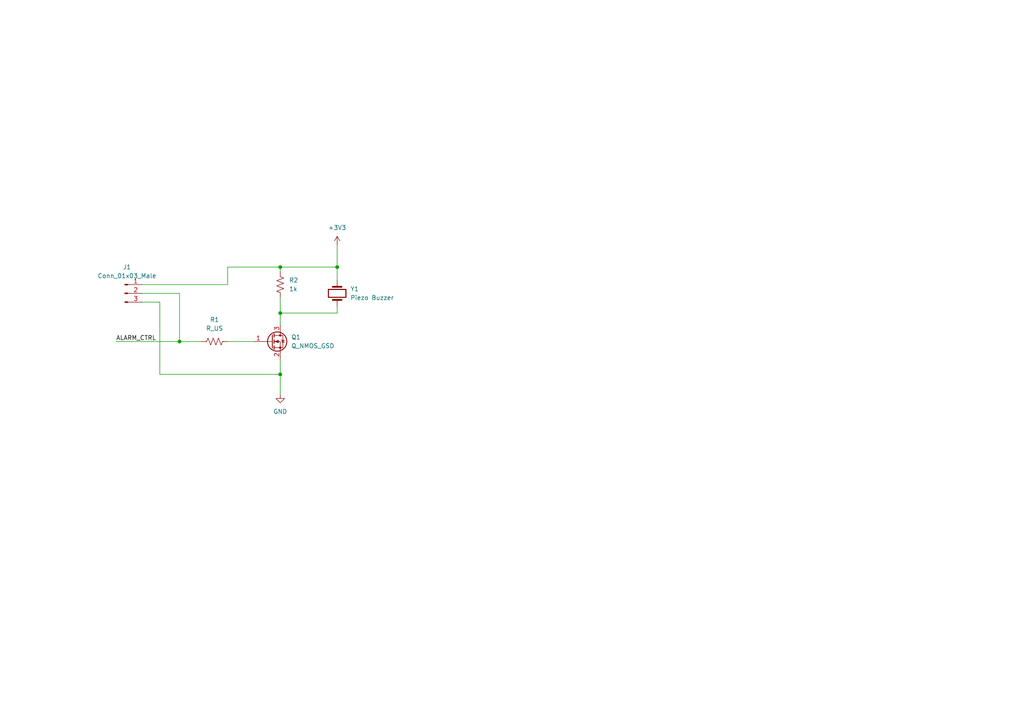
<source format=kicad_sch>
(kicad_sch (version 20211123) (generator eeschema)
  (paper "A4")
  (lib_symbols
    (symbol "Connector:Conn_01x03_Male" (pin_names (offset 1.016) hide)
      (property "Reference" "J" (at 0 5.08 0))
      (property "Value" "Conn_01x03_Male" (at 0 -5.08 0))
      (symbol "Conn_01x03_Male_1_1"
        (polyline (pts (xy 1.27 -2.54) (xy 0.8636 -2.54)) (stroke (width 0.1524)))
        (polyline (pts (xy 1.27 0) (xy 0.8636 0)) (stroke (width 0.1524)))
        (polyline (pts (xy 1.27 2.54) (xy 0.8636 2.54)) (stroke (width 0.1524)))
        (rectangle (start 0.8636 -2.413) (end 0 -2.667) (stroke (width 0.1524)) (fill (type outline)))
        (rectangle (start 0.8636 0.127) (end 0 -0.127) (stroke (width 0.1524)) (fill (type outline)))
        (rectangle (start 0.8636 2.667) (end 0 2.413) (stroke (width 0.1524)) (fill (type outline)))
        (pin passive line (at 5.08 2.54 180) (length 3.81) (name "Pin_1") (number "1"))
        (pin passive line (at 5.08 0 180) (length 3.81) (name "Pin_2") (number "2"))
        (pin passive line (at 5.08 -2.54 180) (length 3.81) (name "Pin_3") (number "3"))
      )
    )
    (symbol "Device:Crystal" (pin_numbers hide) (pin_names (offset 1.016) hide)
      (property "Reference" "Y" (at 0 3.81 0))
      (property "Value" "Crystal" (at 0 -3.81 0))
      (symbol "Crystal_0_1"
        (rectangle (start -1.143 2.54) (end 1.143 -2.54) (stroke (width 0.3048)))
        (polyline (pts (xy -2.54 0) (xy -1.905 0)))
        (polyline (pts (xy -1.905 -1.27) (xy -1.905 1.27)) (stroke (width 0.508)))
        (polyline (pts (xy 1.905 -1.27) (xy 1.905 1.27)) (stroke (width 0.508)))
        (polyline (pts (xy 2.54 0) (xy 1.905 0)))
      )
      (symbol "Crystal_1_1"
        (pin passive line (at -3.81 0 0) (length 1.27) (name "1") (number "1"))
        (pin passive line (at 3.81 0 180) (length 1.27) (name "2") (number "2"))
      )
    )
    (symbol "Device:Q_NMOS_GSD" (pin_names (offset 0) hide)
      (property "Reference" "Q" (at 5.08 1.27 0))
      (property "Value" "Q_NMOS_GSD" (at 5.08 -1.27 0))
      (symbol "Q_NMOS_GSD_0_1"
        (polyline (pts (xy 0.254 0) (xy -2.54 0)))
        (polyline (pts (xy 0.254 1.905) (xy 0.254 -1.905)) (stroke (width 0.254)))
        (polyline (pts (xy 0.762 -1.27) (xy 0.762 -2.286)) (stroke (width 0.254)))
        (polyline (pts (xy 0.762 0.508) (xy 0.762 -0.508)) (stroke (width 0.254)))
        (polyline (pts (xy 0.762 2.286) (xy 0.762 1.27)) (stroke (width 0.254)))
        (polyline (pts (xy 2.54 2.54) (xy 2.54 1.778)))
        (polyline (pts (xy 2.54 -2.54) (xy 2.54 0) (xy 0.762 0)))
        (polyline (pts (xy 0.762 -1.778) (xy 3.302 -1.778) (xy 3.302 1.778) (xy 0.762 1.778)))
        (polyline (pts (xy 1.016 0) (xy 2.032 0.381) (xy 2.032 -0.381) (xy 1.016 0)) (fill (type outline)))
        (polyline (pts (xy 2.794 0.508) (xy 2.921 0.381) (xy 3.683 0.381) (xy 3.81 0.254)))
        (polyline (pts (xy 3.302 0.381) (xy 2.921 -0.254) (xy 3.683 -0.254) (xy 3.302 0.381)))
        (circle (center 1.651 0) (radius 2.794) (stroke (width 0.254)))
        (circle (center 2.54 -1.778) (radius 0.254) (fill (type outline)))
        (circle (center 2.54 1.778) (radius 0.254) (fill (type outline)))
      )
      (symbol "Q_NMOS_GSD_1_1"
        (pin input line (at -5.08 0 0) (length 2.54) (name "G") (number "1"))
        (pin passive line (at 2.54 -5.08 90) (length 2.54) (name "S") (number "2"))
        (pin passive line (at 2.54 5.08 270) (length 2.54) (name "D") (number "3"))
      )
    )
    (symbol "Device:R_US" (pin_numbers hide) (pin_names (offset 0))
      (property "Reference" "R" (at 2.54 0 90))
      (property "Value" "R_US" (at -2.54 0 90))
      (symbol "R_US_0_1"
        (polyline (pts (xy 0 -2.286) (xy 0 -2.54)))
        (polyline (pts (xy 0 2.286) (xy 0 2.54)))
        (polyline (pts (xy 0 -0.762) (xy 1.016 -1.143) (xy 0 -1.524) (xy -1.016 -1.905) (xy 0 -2.286)))
        (polyline (pts (xy 0 0.762) (xy 1.016 0.381) (xy 0 0) (xy -1.016 -0.381) (xy 0 -0.762)))
        (polyline (pts (xy 0 2.286) (xy 1.016 1.905) (xy 0 1.524) (xy -1.016 1.143) (xy 0 0.762)))
      )
      (symbol "R_US_1_1"
        (pin passive line (at 0 3.81 270) (length 1.27) (name "~") (number "1"))
        (pin passive line (at 0 -3.81 90) (length 1.27) (name "~") (number "2"))
      )
    )
    (symbol "power:+3V3" (power) (pin_names (offset 0))
      (property "Value" "+3V3" (at 0 3.556 0))
      (symbol "+3V3_0_1"
        (polyline (pts (xy -0.762 1.27) (xy 0 2.54)))
        (polyline (pts (xy 0 0) (xy 0 2.54)))
        (polyline (pts (xy 0 2.54) (xy 0.762 1.27)))
      )
      (symbol "+3V3_1_1"
        (pin power_in line (at 0 0 90) (length 0) hide (name "+3V3") (number "1"))
      )
    )
    (symbol "power:GND" (power) (pin_names (offset 0))
      (property "Value" "GND" (at 0 -3.81 0))
      (symbol "GND_0_1"
        (polyline (pts (xy 0 0) (xy 0 -1.27) (xy 1.27 -1.27) (xy 0 -2.54) (xy -1.27 -1.27) (xy 0 -1.27)))
      )
      (symbol "GND_1_1"
        (pin power_in line (at 0 0 270) (length 0) hide (name "GND") (number "1"))
      )
    )
  )
  (junction (at 81.28 108.585))
  (junction (at 81.28 90.805))
  (junction (at 52.07 99.06))
  (junction (at 97.79 77.47))
  (junction (at 81.28 77.47))
  (wire (pts (xy 41.275 87.63) (xy 46.355 87.63)))
  (wire (pts (xy 41.275 85.09) (xy 52.07 85.09)))
  (wire (pts (xy 41.275 82.55) (xy 66.04 82.55)))
  (wire (pts (xy 81.28 104.14) (xy 81.28 108.585)))
  (wire (pts (xy 52.07 85.09) (xy 52.07 99.06)))
  (wire (pts (xy 46.355 108.585) (xy 81.28 108.585)))
  (wire (pts (xy 81.28 90.805) (xy 81.28 93.98)))
  (wire (pts (xy 81.28 77.47) (xy 81.28 78.74)))
  (wire (pts (xy 81.28 108.585) (xy 81.28 114.3)))
  (wire (pts (xy 81.28 86.36) (xy 81.28 90.805)))
  (wire (pts (xy 33.655 99.06) (xy 52.07 99.06)))
  (wire (pts (xy 97.79 77.47) (xy 97.79 71.12)))
  (wire (pts (xy 97.79 77.47) (xy 97.79 81.28)))
  (wire (pts (xy 97.79 90.805) (xy 81.28 90.805)))
  (wire (pts (xy 52.07 99.06) (xy 58.42 99.06)))
  (wire (pts (xy 66.04 77.47) (xy 81.28 77.47)))
  (wire (pts (xy 97.79 88.9) (xy 97.79 90.805)))
  (wire (pts (xy 46.355 87.63) (xy 46.355 108.585)))
  (wire (pts (xy 81.28 77.47) (xy 97.79 77.47)))
  (wire (pts (xy 66.04 82.55) (xy 66.04 77.47)))
  (wire (pts (xy 66.04 99.06) (xy 73.66 99.06)))
  (label "ALARM_CTRL" (at 33.655 99.06 0))
  (symbol (lib_id "Connector:Conn_01x03_Male") (at 36.195 85.09 0) (unit 1)
    (property "Reference" "J1" (at 36.83 77.47 0))
    (property "Value" "Conn_01x03_Male" (at 36.83 80.01 0))
    (property "Footprint" "Connector_PinHeader_2.54mm:PinHeader_1x03_P2.54mm_Vertical" (effects hide))
  )
  (symbol (lib_id "Device:Q_NMOS_GSD") (at 78.74 99.06 0) (unit 1)
    (property "Reference" "Q1" (at 84.455 97.7899 0) (effects (justify left)))
    (property "Value" "Q_NMOS_GSD" (at 84.455 100.3299 0) (effects (justify left)))
    (property "Footprint" "Package_TO_SOT_SMD:SOT-23" (effects hide))
  )
  (symbol (lib_id "Device:R_US") (at 81.28 82.55 0) (unit 1)
    (property "Reference" "R2" (at 83.82 81.2799 0) (effects (justify left)))
    (property "Value" "1k" (at 83.82 83.8199 0) (effects (justify left)))
    (property "Footprint" "Resistor_SMD:R_0805_2012Metric_Pad1.20x1.40mm_HandSolder" (effects hide))
  )
  (symbol (lib_id "power:GND") (at 81.28 114.3 0) (unit 1)
    (property "Reference" "#PWR0102" (effects hide))
    (property "Value" "GND" (at 81.28 119.38 0))
  )
  (symbol (lib_id "Device:R_US") (at 62.23 99.06 90) (unit 1)
    (property "Reference" "R1" (at 62.23 92.71 90))
    (property "Value" "R_US" (at 62.23 95.25 90))
    (property "Footprint" "Resistor_SMD:R_0805_2012Metric_Pad1.20x1.40mm_HandSolder" (effects hide))
  )
  (symbol (lib_id "Device:Crystal") (at 97.79 85.09 90) (unit 1)
    (property "Reference" "Y1" (at 101.6 83.8199 90) (effects (justify right)))
    (property "Value" "Piezo Buzzer" (at 101.6 86.3599 90) (effects (justify right)))
    (property "Footprint" "Crystal:Crystal_AT310_D3.0mm_L10.0mm_Horizontal" (effects hide))
  )
  (symbol (lib_id "power:+3V3") (at 97.79 71.12 0) (unit 1)
    (property "Reference" "#PWR0101" (effects hide))
    (property "Value" "+3V3" (at 97.79 66.04 0))
  )
)
</source>
